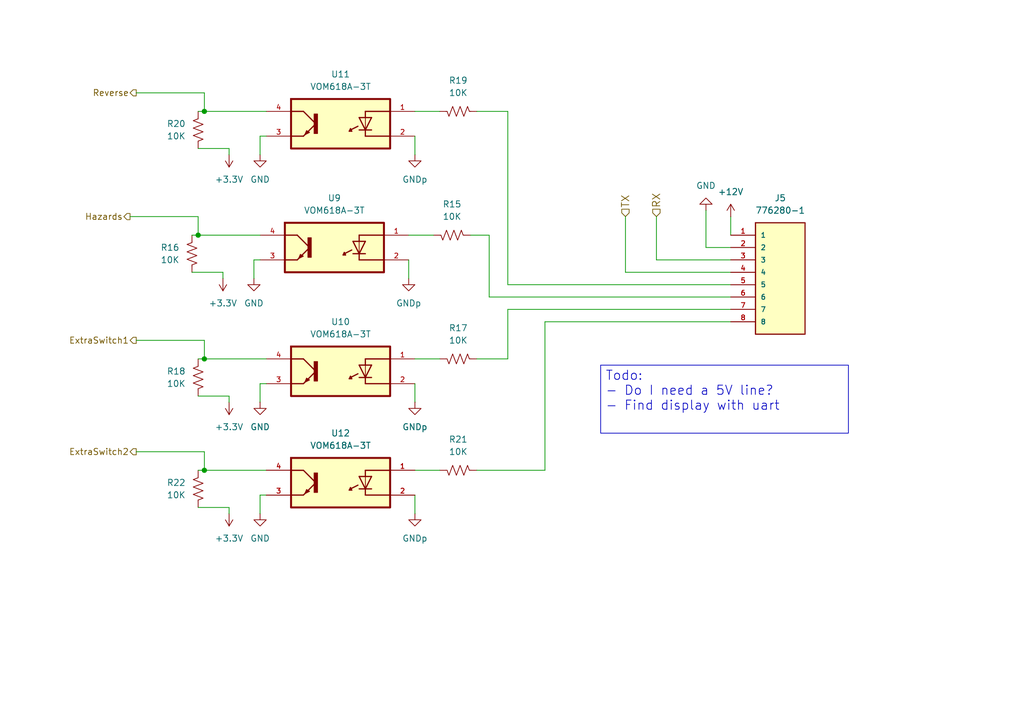
<source format=kicad_sch>
(kicad_sch (version 20250114) (generator "eeschema") (generator_version "9.0")
  (paper "A5")
  (lib_symbols
    (symbol "776280-1:776280-1" (pin_names (offset 1.016))
      (property "Reference" "J" (at -5.8425 10.4149 0))
      (property "Value" "776280-1" (at -5.8428 -14.988 0))
      (symbol "776280-1_0_0"
        (rectangle (start -5.08 -12.7) (end 5.08 10.16) (stroke (width 0.254)) (fill (type background)))
        (pin passive line (at 10.16 7.62 180) (length 5.08) (name "1") (number "1"))
        (pin passive line (at 10.16 5.08 180) (length 5.08) (name "2") (number "2"))
        (pin passive line (at 10.16 2.54 180) (length 5.08) (name "3") (number "3"))
        (pin passive line (at 10.16 0 180) (length 5.08) (name "4") (number "4"))
        (pin passive line (at 10.16 -2.54 180) (length 5.08) (name "5") (number "5"))
        (pin passive line (at 10.16 -5.08 180) (length 5.08) (name "6") (number "6"))
        (pin passive line (at 10.16 -7.62 180) (length 5.08) (name "7") (number "7"))
        (pin passive line (at 10.16 -10.16 180) (length 5.08) (name "8") (number "8"))
      )
    )
    (symbol "Device:R_US" (pin_numbers (hide yes)) (pin_names (offset 0))
      (property "Reference" "R" (at 2.54 0 90))
      (property "Value" "R_US" (at -2.54 0 90))
      (symbol "R_US_0_1"
        (polyline (pts (xy 0 2.286) (xy 0 2.54)))
        (polyline (pts (xy 0 2.286) (xy 1.016 1.905) (xy 0 1.524) (xy -1.016 1.143) (xy 0 0.762)))
        (polyline (pts (xy 0 0.762) (xy 1.016 0.381) (xy 0 0) (xy -1.016 -0.381) (xy 0 -0.762)))
        (polyline (pts (xy 0 -0.762) (xy 1.016 -1.143) (xy 0 -1.524) (xy -1.016 -1.905) (xy 0 -2.286)))
        (polyline (pts (xy 0 -2.286) (xy 0 -2.54)))
      )
      (symbol "R_US_1_1"
        (pin passive line (at 0 3.81 270) (length 1.27) (name "~") (number "1"))
        (pin passive line (at 0 -3.81 90) (length 1.27) (name "~") (number "2"))
      )
    )
    (symbol "VOM618A-3T:VOM618A-3T" (pin_names (offset 1.016))
      (property "Reference" "U" (at -5.084 5.5924 0))
      (property "Value" "VOM618A-3T" (at -5.0823 -7.6235 0))
      (symbol "VOM618A-3T_0_0"
        (polyline (pts (xy -10.16 2.54) (xy -5.08 2.54)) (stroke (width 0.254)))
        (polyline (pts (xy -10.16 -2.54) (xy -5.08 -2.54)) (stroke (width 0.254)))
        (rectangle (start -10.16 -5.08) (end 10.16 5.08) (stroke (width 0.4064)) (fill (type background)))
        (polyline (pts (xy -6.35 1.27) (xy -5.08 1.27)) (stroke (width 0.254)))
        (polyline (pts (xy -6.35 1.27) (xy -5.08 -1.27)) (stroke (width 0.254)))
        (polyline (pts (xy -6.35 -1.27) (xy -5.08 -1.27)) (stroke (width 0.254)))
        (polyline (pts (xy -5.08 1.27) (xy -5.08 2.54)) (stroke (width 0.254)))
        (polyline (pts (xy -5.08 1.27) (xy -5.08 -1.27)) (stroke (width 0.1524)))
        (polyline (pts (xy -5.08 1.27) (xy -3.81 1.27)) (stroke (width 0.254)))
        (polyline (pts (xy -5.08 -1.27) (xy -5.08 -2.54)) (stroke (width 0.254)))
        (polyline (pts (xy -5.08 -1.27) (xy -3.81 1.27)) (stroke (width 0.254)))
        (polyline (pts (xy -5.08 -1.27) (xy -3.81 -1.27)) (stroke (width 0.254)))
        (polyline (pts (xy -3.556 -0.508) (xy -2.032 -1.27)) (stroke (width 0.254)))
        (polyline (pts (xy -2.286 -1.524) (xy -2.032 -1.016)) (stroke (width 0.254)))
        (polyline (pts (xy -2.032 -1.016) (xy -1.778 -1.524)) (stroke (width 0.254)))
        (polyline (pts (xy -1.778 -1.524) (xy -2.286 -1.524)) (stroke (width 0.254)))
        (rectangle (start 4.7062 -2.0351) (end 5.461 2.032) (stroke (width 0.1)) (fill (type outline)))
        (polyline (pts (xy 5.08 0) (xy 7.62 -2.54)) (stroke (width 0.254)))
        (polyline (pts (xy 6.985 -1.397) (xy 7.366 -2.286) (xy 6.35 -1.778) (xy 6.985 -1.397)) (stroke (width 0.1524)) (fill (type outline)))
        (polyline (pts (xy 7.62 2.54) (xy 5.08 0)) (stroke (width 0.254)))
        (polyline (pts (xy 7.62 2.54) (xy 10.16 2.54)) (stroke (width 0.254)))
        (polyline (pts (xy 7.62 -2.54) (xy 10.16 -2.54)) (stroke (width 0.254)))
        (pin passive line (at -15.24 2.54 0) (length 5.08) (name "~") (number "1"))
        (pin passive line (at -15.24 -2.54 0) (length 5.08) (name "~") (number "2"))
        (pin passive line (at 15.24 2.54 180) (length 5.08) (name "~") (number "4"))
        (pin passive line (at 15.24 -2.54 180) (length 5.08) (name "~") (number "3"))
      )
    )
    (symbol "power:+12V" (power) (pin_numbers (hide yes)) (pin_names (offset 0) (hide yes))
      (property "Value" "+12V" (at 0 3.556 0))
      (symbol "+12V_0_1"
        (polyline (pts (xy -0.762 1.27) (xy 0 2.54)))
        (polyline (pts (xy 0 2.54) (xy 0.762 1.27)))
        (polyline (pts (xy 0 0) (xy 0 2.54)))
      )
      (symbol "+12V_1_1"
        (pin power_in line (at 0 0 90) (length 0) (name "~") (number "1"))
      )
    )
    (symbol "power:+3.3V" (power) (pin_numbers (hide yes)) (pin_names (offset 0) (hide yes))
      (property "Value" "+3.3V" (at 0 3.556 0))
      (symbol "+3.3V_0_1"
        (polyline (pts (xy -0.762 1.27) (xy 0 2.54)))
        (polyline (pts (xy 0 2.54) (xy 0.762 1.27)))
        (polyline (pts (xy 0 0) (xy 0 2.54)))
      )
      (symbol "+3.3V_1_1"
        (pin power_in line (at 0 0 90) (length 0) (name "~") (number "1"))
      )
    )
    (symbol "power:GND" (power) (pin_numbers (hide yes)) (pin_names (offset 0) (hide yes))
      (property "Value" "GND" (at 0 -3.81 0))
      (symbol "GND_0_1"
        (polyline (pts (xy 0 0) (xy 0 -1.27) (xy 1.27 -1.27) (xy 0 -2.54) (xy -1.27 -1.27) (xy 0 -1.27)))
      )
      (symbol "GND_1_1"
        (pin power_in line (at 0 0 270) (length 0) (name "~") (number "1"))
      )
    )
  )
  (text_box "Todo: \n- Do I need a 5V line?\n- Find display with uart" (at 123.19 74.93 0) (size 50.8 13.97) (margins 0.9525 0.9525 0.9525 0.9525) (effects (font (size 1.905 1.905)) (justify left top)))
  (junction (at 41.91 96.52))
  (junction (at 41.91 73.66))
  (junction (at 41.91 22.86))
  (junction (at 40.64 48.26))
  (wire (pts (xy 41.91 19.05) (xy 27.94 19.05)))
  (wire (pts (xy 46.99 81.28) (xy 40.64 81.28)))
  (wire (pts (xy 45.72 55.88) (xy 39.37 55.88)))
  (wire (pts (xy 104.14 73.66) (xy 97.79 73.66)))
  (wire (pts (xy 40.64 48.26) (xy 40.64 44.45)))
  (wire (pts (xy 85.09 27.94) (xy 85.09 31.75)))
  (wire (pts (xy 149.86 50.8) (xy 144.78 50.8)))
  (wire (pts (xy 111.76 96.52) (xy 111.76 66.04)))
  (wire (pts (xy 104.14 58.42) (xy 104.14 22.86)))
  (wire (pts (xy 53.34 27.94) (xy 53.34 31.75)))
  (wire (pts (xy 100.33 48.26) (xy 96.52 48.26)))
  (wire (pts (xy 53.34 27.94) (xy 54.61 27.94)))
  (wire (pts (xy 104.14 63.5) (xy 104.14 73.66)))
  (wire (pts (xy 104.14 22.86) (xy 97.79 22.86)))
  (wire (pts (xy 149.86 58.42) (xy 104.14 58.42)))
  (wire (pts (xy 100.33 60.96) (xy 100.33 48.26)))
  (wire (pts (xy 85.09 101.6) (xy 85.09 105.41)))
  (wire (pts (xy 144.78 50.8) (xy 144.78 43.18)))
  (wire (pts (xy 39.37 48.26) (xy 40.64 48.26)))
  (wire (pts (xy 41.91 73.66) (xy 41.91 69.85)))
  (wire (pts (xy 53.34 78.74) (xy 53.34 82.55)))
  (wire (pts (xy 46.99 104.14) (xy 40.64 104.14)))
  (wire (pts (xy 54.61 73.66) (xy 41.91 73.66)))
  (wire (pts (xy 53.34 101.6) (xy 53.34 105.41)))
  (wire (pts (xy 149.86 44.45) (xy 149.86 48.26)))
  (wire (pts (xy 54.61 96.52) (xy 41.91 96.52)))
  (wire (pts (xy 149.86 63.5) (xy 104.14 63.5)))
  (wire (pts (xy 41.91 96.52) (xy 41.91 92.71)))
  (wire (pts (xy 111.76 96.52) (xy 97.79 96.52)))
  (wire (pts (xy 41.91 69.85) (xy 27.94 69.85)))
  (wire (pts (xy 88.9 48.26) (xy 83.82 48.26)))
  (wire (pts (xy 53.34 101.6) (xy 54.61 101.6)))
  (wire (pts (xy 83.82 53.34) (xy 83.82 57.15)))
  (wire (pts (xy 90.17 22.86) (xy 85.09 22.86)))
  (wire (pts (xy 53.34 78.74) (xy 54.61 78.74)))
  (wire (pts (xy 40.64 73.66) (xy 41.91 73.66)))
  (wire (pts (xy 41.91 22.86) (xy 41.91 19.05)))
  (wire (pts (xy 149.86 55.88) (xy 128.27 55.88)))
  (wire (pts (xy 40.64 44.45) (xy 26.67 44.45)))
  (wire (pts (xy 111.76 66.04) (xy 149.86 66.04)))
  (wire (pts (xy 40.64 96.52) (xy 41.91 96.52)))
  (wire (pts (xy 41.91 92.71) (xy 27.94 92.71)))
  (wire (pts (xy 100.33 60.96) (xy 149.86 60.96)))
  (wire (pts (xy 90.17 73.66) (xy 85.09 73.66)))
  (wire (pts (xy 149.86 53.34) (xy 134.62 53.34)))
  (wire (pts (xy 46.99 30.48) (xy 46.99 31.75)))
  (wire (pts (xy 52.07 53.34) (xy 52.07 57.15)))
  (wire (pts (xy 85.09 78.74) (xy 85.09 82.55)))
  (wire (pts (xy 53.34 48.26) (xy 40.64 48.26)))
  (wire (pts (xy 40.64 22.86) (xy 41.91 22.86)))
  (wire (pts (xy 46.99 104.14) (xy 46.99 105.41)))
  (wire (pts (xy 90.17 96.52) (xy 85.09 96.52)))
  (wire (pts (xy 52.07 53.34) (xy 53.34 53.34)))
  (wire (pts (xy 128.27 44.45) (xy 128.27 55.88)))
  (wire (pts (xy 54.61 22.86) (xy 41.91 22.86)))
  (wire (pts (xy 46.99 81.28) (xy 46.99 82.55)))
  (wire (pts (xy 46.99 30.48) (xy 40.64 30.48)))
  (wire (pts (xy 45.72 55.88) (xy 45.72 57.15)))
  (wire (pts (xy 134.62 44.45) (xy 134.62 53.34)))
  (hierarchical_label "Reverse" (shape output) (at 27.94 19.05 180))
  (hierarchical_label "ExtraSwitch2" (shape output) (at 27.94 92.71 180))
  (hierarchical_label "RX" (shape input) (at 134.62 44.45 90) (effects (font (size 1.524 1.524))))
  (hierarchical_label "TX" (shape input) (at 128.27 44.45 90) (effects (font (size 1.524 1.524))))
  (hierarchical_label "Hazards" (shape output) (at 26.67 44.45 180))
  (hierarchical_label "ExtraSwitch1" (shape output) (at 27.94 69.85 180))
  (symbol (lib_id "Device:R_US") (at 40.64 26.67 0) (mirror y) (unit 1)
    (property "Reference" "R20" (at 38.1 25.3999 0) (effects (justify left)))
    (property "Value" "10K" (at 38.1 27.9399 0) (effects (justify left)))
    (property "Description" "Resistor, US symbol" (effects (hide yes)))
  )
  (symbol (lib_id "power:GND") (at 53.34 105.41 0) (mirror y) (unit 1)
    (property "Reference" "#PWR055" (effects (hide yes)))
    (property "Value" "GND" (at 53.34 110.49 0))
    (property "Description" "Power symbol creates a global label with name \"GND\" , ground" (effects (hide yes)))
  )
  (symbol (lib_id "power:GND") (at 53.34 31.75 0) (mirror y) (unit 1)
    (property "Reference" "#PWR050" (effects (hide yes)))
    (property "Value" "GND" (at 53.34 36.83 0))
    (property "Description" "Power symbol creates a global label with name \"GND\" , ground" (effects (hide yes)))
  )
  (symbol (lib_id "power:+3.3V") (at 45.72 57.15 0) (mirror x) (unit 1)
    (property "Reference" "#PWR045" (effects (hide yes)))
    (property "Value" "+3.3V" (at 45.72 62.23 0))
    (property "Description" "Power symbol creates a global label with name \"+3.3V\"" (effects (hide yes)))
  )
  (symbol (lib_id "Device:R_US") (at 92.71 48.26 270) (mirror x) (unit 1)
    (property "Reference" "R15" (at 92.71 41.91 90))
    (property "Value" "10K" (at 92.71 44.45 90))
    (property "Description" "Resistor, US symbol" (effects (hide yes)))
  )
  (symbol (lib_id "power:GND") (at 85.09 31.75 0) (mirror y) (unit 1)
    (property "Reference" "#PWR049" (effects (hide yes)))
    (property "Value" "GNDp" (at 85.09 36.83 0))
    (property "Description" "Power symbol creates a global label with name \"GND\" , ground" (effects (hide yes)))
  )
  (symbol (lib_id "VOM618A-3T:VOM618A-3T") (at 69.85 76.2 0) (mirror y) (unit 1)
    (property "Reference" "U10" (at 69.85 66.04 0))
    (property "Value" "VOM618A-3T" (at 69.85 68.58 0))
    (property "Footprint" "VOM618A-3T:SOIC254P695X242-4N" (effects (hide yes)))
    (property "MF" "Vishay Semiconductor" (effects (hide yes)))
    (property "Description_1" "Optoisolator Transistor Output 3750Vrms 1 Channel 4-SOP (2.54mm)" (effects (hide yes)))
    (property "Package" "SOP-4 Vishay Semiconductor" (effects (hide yes)))
    (property "Price" "None" (effects (hide yes)))
    (property "Check_prices" "https://www.snapeda.com/parts/VOM618A-3T/Vishay/view-part/?ref=eda" (effects (hide yes)))
    (property "SnapEDA_Link" "https://www.snapeda.com/parts/VOM618A-3T/Vishay/view-part/?ref=snap" (effects (hide yes)))
    (property "MP" "VOM618A-3T" (effects (hide yes)))
    (property "Availability" "In Stock" (effects (hide yes)))
    (property "MANUFACTURER" "VISHAY" (effects (hide yes)))
  )
  (symbol (lib_id "power:GND") (at 85.09 82.55 0) (mirror y) (unit 1)
    (property "Reference" "#PWR046" (effects (hide yes)))
    (property "Value" "GNDp" (at 85.09 87.63 0))
    (property "Description" "Power symbol creates a global label with name \"GND\" , ground" (effects (hide yes)))
  )
  (symbol (lib_id "VOM618A-3T:VOM618A-3T") (at 69.85 25.4 0) (mirror y) (unit 1)
    (property "Reference" "U11" (at 69.85 15.24 0))
    (property "Value" "VOM618A-3T" (at 69.85 17.78 0))
    (property "Footprint" "VOM618A-3T:SOIC254P695X242-4N" (effects (hide yes)))
    (property "MF" "Vishay Semiconductor" (effects (hide yes)))
    (property "Description_1" "Optoisolator Transistor Output 3750Vrms 1 Channel 4-SOP (2.54mm)" (effects (hide yes)))
    (property "Package" "SOP-4 Vishay Semiconductor" (effects (hide yes)))
    (property "Price" "None" (effects (hide yes)))
    (property "Check_prices" "https://www.snapeda.com/parts/VOM618A-3T/Vishay/view-part/?ref=eda" (effects (hide yes)))
    (property "SnapEDA_Link" "https://www.snapeda.com/parts/VOM618A-3T/Vishay/view-part/?ref=snap" (effects (hide yes)))
    (property "MP" "VOM618A-3T" (effects (hide yes)))
    (property "Availability" "In Stock" (effects (hide yes)))
    (property "MANUFACTURER" "VISHAY" (effects (hide yes)))
  )
  (symbol (lib_id "power:GND") (at 53.34 82.55 0) (mirror y) (unit 1)
    (property "Reference" "#PWR047" (effects (hide yes)))
    (property "Value" "GND" (at 53.34 87.63 0))
    (property "Description" "Power symbol creates a global label with name \"GND\" , ground" (effects (hide yes)))
  )
  (symbol (lib_id "power:+12V") (at 149.86 44.45 0) (mirror y) (unit 1)
    (property "Reference" "#PWR052" (effects (hide yes)))
    (property "Value" "+12V" (at 149.86 39.37 0))
    (property "Description" "Power symbol creates a global label with name \"+12V\"" (effects (hide yes)))
  )
  (symbol (lib_id "power:+3.3V") (at 46.99 31.75 0) (mirror x) (unit 1)
    (property "Reference" "#PWR051" (effects (hide yes)))
    (property "Value" "+3.3V" (at 46.99 36.83 0))
    (property "Description" "Power symbol creates a global label with name \"+3.3V\"" (effects (hide yes)))
  )
  (symbol (lib_id "Device:R_US") (at 93.98 22.86 270) (mirror x) (unit 1)
    (property "Reference" "R19" (at 93.98 16.51 90))
    (property "Value" "10K" (at 93.98 19.05 90))
    (property "Description" "Resistor, US symbol" (effects (hide yes)))
  )
  (symbol (lib_id "VOM618A-3T:VOM618A-3T") (at 68.58 50.8 0) (mirror y) (unit 1)
    (property "Reference" "U9" (at 68.58 40.64 0))
    (property "Value" "VOM618A-3T" (at 68.58 43.18 0))
    (property "Footprint" "VOM618A-3T:SOIC254P695X242-4N" (effects (hide yes)))
    (property "MF" "Vishay Semiconductor" (effects (hide yes)))
    (property "Description_1" "Optoisolator Transistor Output 3750Vrms 1 Channel 4-SOP (2.54mm)" (effects (hide yes)))
    (property "Package" "SOP-4 Vishay Semiconductor" (effects (hide yes)))
    (property "Price" "None" (effects (hide yes)))
    (property "Check_prices" "https://www.snapeda.com/parts/VOM618A-3T/Vishay/view-part/?ref=eda" (effects (hide yes)))
    (property "SnapEDA_Link" "https://www.snapeda.com/parts/VOM618A-3T/Vishay/view-part/?ref=snap" (effects (hide yes)))
    (property "MP" "VOM618A-3T" (effects (hide yes)))
    (property "Availability" "In Stock" (effects (hide yes)))
    (property "MANUFACTURER" "VISHAY" (effects (hide yes)))
  )
  (symbol (lib_id "power:GND") (at 52.07 57.15 0) (mirror y) (unit 1)
    (property "Reference" "#PWR044" (effects (hide yes)))
    (property "Value" "GND" (at 52.07 62.23 0))
    (property "Description" "Power symbol creates a global label with name \"GND\" , ground" (effects (hide yes)))
  )
  (symbol (lib_id "Device:R_US") (at 93.98 73.66 270) (mirror x) (unit 1)
    (property "Reference" "R17" (at 93.98 67.31 90))
    (property "Value" "10K" (at 93.98 69.85 90))
    (property "Description" "Resistor, US symbol" (effects (hide yes)))
  )
  (symbol (lib_id "Device:R_US") (at 40.64 77.47 0) (mirror y) (unit 1)
    (property "Reference" "R18" (at 38.1 76.1999 0) (effects (justify left)))
    (property "Value" "10K" (at 38.1 78.7399 0) (effects (justify left)))
    (property "Description" "Resistor, US symbol" (effects (hide yes)))
  )
  (symbol (lib_id "power:GND") (at 85.09 105.41 0) (mirror y) (unit 1)
    (property "Reference" "#PWR054" (effects (hide yes)))
    (property "Value" "GNDp" (at 85.09 110.49 0))
    (property "Description" "Power symbol creates a global label with name \"GND\" , ground" (effects (hide yes)))
  )
  (symbol (lib_id "VOM618A-3T:VOM618A-3T") (at 69.85 99.06 0) (mirror y) (unit 1)
    (property "Reference" "U12" (at 69.85 88.9 0))
    (property "Value" "VOM618A-3T" (at 69.85 91.44 0))
    (property "Footprint" "VOM618A-3T:SOIC254P695X242-4N" (effects (hide yes)))
    (property "MF" "Vishay Semiconductor" (effects (hide yes)))
    (property "Description_1" "Optoisolator Transistor Output 3750Vrms 1 Channel 4-SOP (2.54mm)" (effects (hide yes)))
    (property "Package" "SOP-4 Vishay Semiconductor" (effects (hide yes)))
    (property "Price" "None" (effects (hide yes)))
    (property "Check_prices" "https://www.snapeda.com/parts/VOM618A-3T/Vishay/view-part/?ref=eda" (effects (hide yes)))
    (property "SnapEDA_Link" "https://www.snapeda.com/parts/VOM618A-3T/Vishay/view-part/?ref=snap" (effects (hide yes)))
    (property "MP" "VOM618A-3T" (effects (hide yes)))
    (property "Availability" "In Stock" (effects (hide yes)))
    (property "MANUFACTURER" "VISHAY" (effects (hide yes)))
  )
  (symbol (lib_id "power:GND") (at 144.78 43.18 0) (mirror x) (unit 1)
    (property "Reference" "#PWR053" (effects (hide yes)))
    (property "Value" "GND" (at 144.78 38.1 0))
    (property "Description" "Power symbol creates a global label with name \"GND\" , ground" (effects (hide yes)))
  )
  (symbol (lib_id "776280-1:776280-1") (at 160.02 55.88 0) (mirror y) (unit 1)
    (property "Reference" "J5" (at 160.02 40.64 0))
    (property "Value" "776280-1" (at 160.02 43.18 0))
    (property "Footprint" "776280-1:TE_776280-1" (effects (hide yes)))
    (property "Comment" "776280-1" (effects (hide yes)))
    (property "MF" "TE Connectivity" (effects (hide yes)))
    (property "Description_1" "Header Assembly 8 POS RTANG W/GASKET AMPSEAL Series | TE Connectivity 776280-1" (effects (hide yes)))
    (property "Package" "None" (effects (hide yes)))
    (property "Price" "None" (effects (hide yes)))
    (property "Check_prices" "https://www.snapeda.com/parts/776280-1/TE+Connectivity+AMP+Connectors/view-part/?ref=eda" (effects (hide yes)))
    (property "STANDARD" "MANUFACTURER RECOMMENDATION" (effects (hide yes)))
    (property "PARTREV" "F8" (effects (hide yes)))
    (property "SnapEDA_Link" "https://www.snapeda.com/parts/776280-1/TE+Connectivity+AMP+Connectors/view-part/?ref=snap" (effects (hide yes)))
    (property "MP" "776280-1" (effects (hide yes)))
    (property "EU_RoHS_Compliance" "Compliant" (effects (hide yes)))
    (property "Availability" "In Stock" (effects (hide yes)))
    (property "MANUFACTURER" "TE CONNECTIVITY" (effects (hide yes)))
  )
  (symbol (lib_id "power:GND") (at 83.82 57.15 0) (mirror y) (unit 1)
    (property "Reference" "#PWR043" (effects (hide yes)))
    (property "Value" "GNDp" (at 83.82 62.23 0))
    (property "Description" "Power symbol creates a global label with name \"GND\" , ground" (effects (hide yes)))
  )
  (symbol (lib_id "power:+3.3V") (at 46.99 82.55 0) (mirror x) (unit 1)
    (property "Reference" "#PWR048" (effects (hide yes)))
    (property "Value" "+3.3V" (at 46.99 87.63 0))
    (property "Description" "Power symbol creates a global label with name \"+3.3V\"" (effects (hide yes)))
  )
  (symbol (lib_id "Device:R_US") (at 40.64 100.33 0) (mirror y) (unit 1)
    (property "Reference" "R22" (at 38.1 99.0599 0) (effects (justify left)))
    (property "Value" "10K" (at 38.1 101.5999 0) (effects (justify left)))
    (property "Description" "Resistor, US symbol" (effects (hide yes)))
  )
  (symbol (lib_id "power:+3.3V") (at 46.99 105.41 0) (mirror x) (unit 1)
    (property "Reference" "#PWR056" (effects (hide yes)))
    (property "Value" "+3.3V" (at 46.99 110.49 0))
    (property "Description" "Power symbol creates a global label with name \"+3.3V\"" (effects (hide yes)))
  )
  (symbol (lib_id "Device:R_US") (at 93.98 96.52 270) (mirror x) (unit 1)
    (property "Reference" "R21" (at 93.98 90.17 90))
    (property "Value" "10K" (at 93.98 92.71 90))
    (property "Description" "Resistor, US symbol" (effects (hide yes)))
  )
  (symbol (lib_id "Device:R_US") (at 39.37 52.07 0) (mirror y) (unit 1)
    (property "Reference" "R16" (at 36.83 50.7999 0) (effects (justify left)))
    (property "Value" "10K" (at 36.83 53.3399 0) (effects (justify left)))
    (property "Description" "Resistor, US symbol" (effects (hide yes)))
  )
)
</source>
